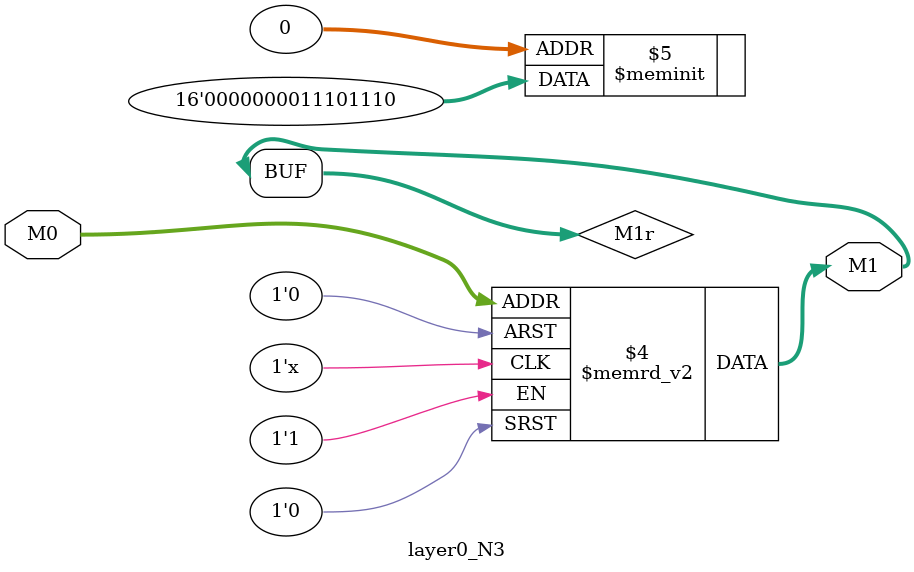
<source format=v>
module layer0_N3 ( input [2:0] M0, output [1:0] M1 );

	(*rom_style = "distributed" *) reg [1:0] M1r;
	assign M1 = M1r;
	always @ (M0) begin
		case (M0)
			3'b000: M1r = 2'b10;
			3'b100: M1r = 2'b00;
			3'b010: M1r = 2'b10;
			3'b110: M1r = 2'b00;
			3'b001: M1r = 2'b11;
			3'b101: M1r = 2'b00;
			3'b011: M1r = 2'b11;
			3'b111: M1r = 2'b00;

		endcase
	end
endmodule

</source>
